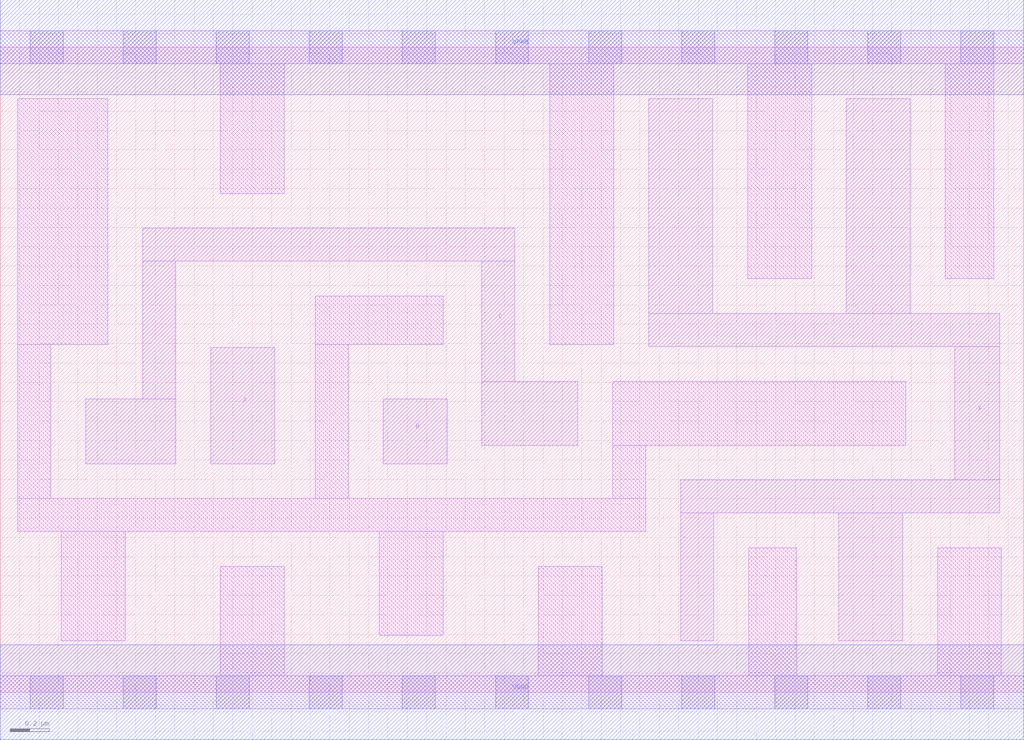
<source format=lef>
# Copyright 2020 The SkyWater PDK Authors
#
# Licensed under the Apache License, Version 2.0 (the "License");
# you may not use this file except in compliance with the License.
# You may obtain a copy of the License at
#
#     https://www.apache.org/licenses/LICENSE-2.0
#
# Unless required by applicable law or agreed to in writing, software
# distributed under the License is distributed on an "AS IS" BASIS,
# WITHOUT WARRANTIES OR CONDITIONS OF ANY KIND, either express or implied.
# See the License for the specific language governing permissions and
# limitations under the License.
#
# SPDX-License-Identifier: Apache-2.0

VERSION 5.7 ;
  NAMESCASESENSITIVE ON ;
  NOWIREEXTENSIONATPIN ON ;
  DIVIDERCHAR "/" ;
  BUSBITCHARS "[]" ;
UNITS
  DATABASE MICRONS 200 ;
END UNITS
MACRO sky130_fd_sc_lp__maj3_4
  CLASS CORE ;
  SOURCE USER ;
  FOREIGN sky130_fd_sc_lp__maj3_4 ;
  ORIGIN  0.000000  0.000000 ;
  SIZE  5.280000 BY  3.330000 ;
  SYMMETRY X Y R90 ;
  SITE unit ;
  PIN A
    ANTENNAGATEAREA  0.630000 ;
    DIRECTION INPUT ;
    USE SIGNAL ;
    PORT
      LAYER li1 ;
        RECT 1.085000 1.180000 1.415000 1.780000 ;
    END
  END A
  PIN B
    ANTENNAGATEAREA  0.630000 ;
    DIRECTION INPUT ;
    USE SIGNAL ;
    PORT
      LAYER li1 ;
        RECT 1.975000 1.180000 2.305000 1.515000 ;
    END
  END B
  PIN C
    ANTENNAGATEAREA  0.630000 ;
    DIRECTION INPUT ;
    USE SIGNAL ;
    PORT
      LAYER li1 ;
        RECT 0.440000 1.180000 0.905000 1.515000 ;
        RECT 0.735000 1.515000 0.905000 2.225000 ;
        RECT 0.735000 2.225000 2.655000 2.395000 ;
        RECT 2.485000 1.275000 2.980000 1.605000 ;
        RECT 2.485000 1.605000 2.655000 2.225000 ;
    END
  END C
  PIN X
    ANTENNADIFFAREA  1.209600 ;
    DIRECTION OUTPUT ;
    USE SIGNAL ;
    PORT
      LAYER li1 ;
        RECT 3.345000 1.785000 5.155000 1.955000 ;
        RECT 3.345000 1.955000 3.675000 3.065000 ;
        RECT 3.510000 0.265000 3.680000 0.925000 ;
        RECT 3.510000 0.925000 5.155000 1.095000 ;
        RECT 4.325000 0.265000 4.655000 0.925000 ;
        RECT 4.365000 1.955000 4.695000 3.065000 ;
        RECT 4.925000 1.095000 5.155000 1.785000 ;
    END
  END X
  PIN VGND
    DIRECTION INOUT ;
    USE GROUND ;
    PORT
      LAYER met1 ;
        RECT 0.000000 -0.245000 5.280000 0.245000 ;
    END
  END VGND
  PIN VPWR
    DIRECTION INOUT ;
    USE POWER ;
    PORT
      LAYER met1 ;
        RECT 0.000000 3.085000 5.280000 3.575000 ;
    END
  END VPWR
  OBS
    LAYER li1 ;
      RECT 0.000000 -0.085000 5.280000 0.085000 ;
      RECT 0.000000  3.245000 5.280000 3.415000 ;
      RECT 0.090000  0.830000 3.330000 1.000000 ;
      RECT 0.090000  1.000000 0.260000 1.795000 ;
      RECT 0.090000  1.795000 0.555000 3.065000 ;
      RECT 0.315000  0.265000 0.645000 0.830000 ;
      RECT 1.135000  0.085000 1.465000 0.650000 ;
      RECT 1.135000  2.575000 1.465000 3.245000 ;
      RECT 1.625000  1.000000 1.795000 1.795000 ;
      RECT 1.625000  1.795000 2.285000 2.045000 ;
      RECT 1.955000  0.295000 2.285000 0.830000 ;
      RECT 2.775000  0.085000 3.105000 0.650000 ;
      RECT 2.835000  1.795000 3.165000 3.245000 ;
      RECT 3.160000  1.000000 3.330000 1.275000 ;
      RECT 3.160000  1.275000 4.670000 1.605000 ;
      RECT 3.855000  2.135000 4.185000 3.245000 ;
      RECT 3.860000  0.085000 4.110000 0.745000 ;
      RECT 4.835000  0.085000 5.165000 0.745000 ;
      RECT 4.875000  2.135000 5.125000 3.245000 ;
    LAYER mcon ;
      RECT 0.155000 -0.085000 0.325000 0.085000 ;
      RECT 0.155000  3.245000 0.325000 3.415000 ;
      RECT 0.635000 -0.085000 0.805000 0.085000 ;
      RECT 0.635000  3.245000 0.805000 3.415000 ;
      RECT 1.115000 -0.085000 1.285000 0.085000 ;
      RECT 1.115000  3.245000 1.285000 3.415000 ;
      RECT 1.595000 -0.085000 1.765000 0.085000 ;
      RECT 1.595000  3.245000 1.765000 3.415000 ;
      RECT 2.075000 -0.085000 2.245000 0.085000 ;
      RECT 2.075000  3.245000 2.245000 3.415000 ;
      RECT 2.555000 -0.085000 2.725000 0.085000 ;
      RECT 2.555000  3.245000 2.725000 3.415000 ;
      RECT 3.035000 -0.085000 3.205000 0.085000 ;
      RECT 3.035000  3.245000 3.205000 3.415000 ;
      RECT 3.515000 -0.085000 3.685000 0.085000 ;
      RECT 3.515000  3.245000 3.685000 3.415000 ;
      RECT 3.995000 -0.085000 4.165000 0.085000 ;
      RECT 3.995000  3.245000 4.165000 3.415000 ;
      RECT 4.475000 -0.085000 4.645000 0.085000 ;
      RECT 4.475000  3.245000 4.645000 3.415000 ;
      RECT 4.955000 -0.085000 5.125000 0.085000 ;
      RECT 4.955000  3.245000 5.125000 3.415000 ;
  END
END sky130_fd_sc_lp__maj3_4
END LIBRARY

</source>
